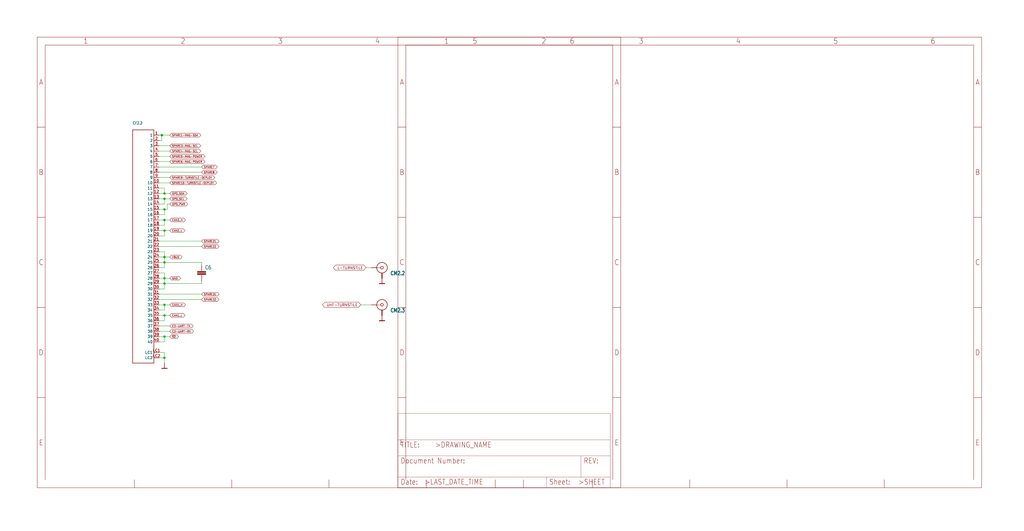
<source format=kicad_sch>
(kicad_sch (version 20211123) (generator eeschema)
  (paper "User" 490.22 254.406)
  (lib_symbols
    (symbol "oresat0-1u-backplane-eagle-import:C-EU1206-B"
      (property "Reference" "C" (at 1.524 0.381 0))
      (property "Value" "C-EU1206-B" (at 1.524 -4.699 0))
      (symbol "C-EU1206-B_1_0"
        (rectangle (start -2.032 -2.032) (end 2.032 -1.524) (fill (type outline)))
        (rectangle (start -2.032 -1.016) (end 2.032 -0.508) (fill (type outline)))
        (polyline (pts (xy 0 -2.54) (xy 0 -2.032)) (stroke (width 0.1524)))
        (polyline (pts (xy 0 0) (xy 0 -0.508)) (stroke (width 0.1524)))
        (pin passive line (at 0 2.54 270) (length 2.54) (name "1") (number "1"))
        (pin passive line (at 0 -5.08 90) (length 2.54) (name "2") (number "2"))
      )
    )
    (symbol "oresat0-1u-backplane-eagle-import:FRAME_A_L"
      (symbol "FRAME_A_L_0_0"
        (polyline (pts (xy 0 43.18) (xy 3.81 43.18)))
        (polyline (pts (xy 0 86.36) (xy 3.81 86.36)))
        (polyline (pts (xy 0 129.54) (xy 3.81 129.54)))
        (polyline (pts (xy 0 172.72) (xy 3.81 172.72)))
        (polyline (pts (xy 3.81 3.81) (xy 3.81 212.09)))
        (polyline (pts (xy 46.5667 0) (xy 46.5667 3.81)))
        (polyline (pts (xy 93.1333 0) (xy 93.1333 3.81)))
        (polyline (pts (xy 139.7 0) (xy 139.7 3.81)))
        (polyline (pts (xy 186.2667 0) (xy 186.2667 3.81)))
        (polyline (pts (xy 232.8333 0) (xy 232.8333 3.81)))
        (polyline (pts (xy 275.59 3.81) (xy 275.59 212.09)))
        (polyline (pts (xy 275.59 43.18) (xy 279.4 43.18)))
        (polyline (pts (xy 275.59 86.36) (xy 279.4 86.36)))
        (polyline (pts (xy 275.59 129.54) (xy 279.4 129.54)))
        (polyline (pts (xy 275.59 172.72) (xy 279.4 172.72)))
        (polyline (pts (xy 275.59 212.09) (xy 3.81 212.09)))
        (polyline (pts (xy 0 0) (xy 279.4 0) (xy 279.4 215.9) (xy 0 215.9) (xy 0 0)))
        (text "1" (at 23.2833 213.995 0) (effects (font (size 2.54 2.286))))
        (text "2" (at 69.85 213.995 0) (effects (font (size 2.54 2.286))))
        (text "3" (at 116.4167 213.995 0) (effects (font (size 2.54 2.286))))
        (text "4" (at 162.9833 213.995 0) (effects (font (size 2.54 2.286))))
        (text "5" (at 209.55 213.995 0) (effects (font (size 2.54 2.286))))
        (text "6" (at 256.1167 213.995 0) (effects (font (size 2.54 2.286))))
        (text "A" (at 1.905 194.31 0) (effects (font (size 2.54 2.286))))
        (text "A" (at 277.495 194.31 0) (effects (font (size 2.54 2.286))))
        (text "B" (at 1.905 151.13 0) (effects (font (size 2.54 2.286))))
        (text "B" (at 277.495 151.13 0) (effects (font (size 2.54 2.286))))
        (text "C" (at 1.905 107.95 0) (effects (font (size 2.54 2.286))))
        (text "C" (at 277.495 107.95 0) (effects (font (size 2.54 2.286))))
        (text "D" (at 1.905 64.77 0) (effects (font (size 2.54 2.286))))
        (text "D" (at 277.495 64.77 0) (effects (font (size 2.54 2.286))))
        (text "E" (at 1.905 21.59 0) (effects (font (size 2.54 2.286))))
        (text "E" (at 277.495 21.59 0) (effects (font (size 2.54 2.286))))
      )
      (symbol "FRAME_A_L_2_0"
        (polyline (pts (xy 0 0) (xy 0 5.08)) (stroke (width 0.1016)))
        (polyline (pts (xy 0 0) (xy 71.12 0)) (stroke (width 0.1016)))
        (polyline (pts (xy 0 5.08) (xy 0 15.24)) (stroke (width 0.1016)))
        (polyline (pts (xy 0 5.08) (xy 71.12 5.08)) (stroke (width 0.1016)))
        (polyline (pts (xy 0 15.24) (xy 0 22.86)) (stroke (width 0.1016)))
        (polyline (pts (xy 0 22.86) (xy 0 35.56)) (stroke (width 0.1016)))
        (polyline (pts (xy 0 22.86) (xy 101.6 22.86)) (stroke (width 0.1016)))
        (polyline (pts (xy 71.12 0) (xy 101.6 0)) (stroke (width 0.1016)))
        (polyline (pts (xy 71.12 5.08) (xy 71.12 0)) (stroke (width 0.1016)))
        (polyline (pts (xy 71.12 5.08) (xy 87.63 5.08)) (stroke (width 0.1016)))
        (polyline (pts (xy 87.63 5.08) (xy 101.6 5.08)) (stroke (width 0.1016)))
        (polyline (pts (xy 87.63 15.24) (xy 0 15.24)) (stroke (width 0.1016)))
        (polyline (pts (xy 87.63 15.24) (xy 87.63 5.08)) (stroke (width 0.1016)))
        (polyline (pts (xy 101.6 5.08) (xy 101.6 0)) (stroke (width 0.1016)))
        (polyline (pts (xy 101.6 15.24) (xy 87.63 15.24)) (stroke (width 0.1016)))
        (polyline (pts (xy 101.6 15.24) (xy 101.6 5.08)) (stroke (width 0.1016)))
        (polyline (pts (xy 101.6 22.86) (xy 101.6 15.24)) (stroke (width 0.1016)))
        (polyline (pts (xy 101.6 35.56) (xy 0 35.56)) (stroke (width 0.1016)))
        (polyline (pts (xy 101.6 35.56) (xy 101.6 22.86)) (stroke (width 0.1016)))
        (text ">DRAWING_NAME" (at 17.78 19.05 0) (effects (font (size 2.54 2.159)) (justify left bottom)))
        (text ">LAST_DATE_TIME" (at 12.7 1.27 0) (effects (font (size 2.54 2.159)) (justify left bottom)))
        (text ">SHEET" (at 86.36 1.27 0) (effects (font (size 2.54 2.159)) (justify left bottom)))
        (text "Date:" (at 1.27 1.27 0) (effects (font (size 2.54 2.159)) (justify left bottom)))
        (text "Document Number:" (at 1.27 11.43 0) (effects (font (size 2.54 2.159)) (justify left bottom)))
        (text "REV:" (at 88.9 11.43 0) (effects (font (size 2.54 2.159)) (justify left bottom)))
        (text "Sheet:" (at 72.39 1.27 0) (effects (font (size 2.54 2.159)) (justify left bottom)))
        (text "TITLE:" (at 1.27 19.05 0) (effects (font (size 2.54 2.159)) (justify left bottom)))
      )
    )
    (symbol "oresat0-1u-backplane-eagle-import:GND" (power)
      (symbol "GND_1_0"
        (polyline (pts (xy -1.27 -2.54) (xy 1.27 -2.54)) (stroke (width 0.4064)))
        (pin power_in line (at 0 0 270) (length 2.54) (name "GND") (number "1"))
      )
    )
    (symbol "oresat0-1u-backplane-eagle-import:J-MOLEX-SMPM-73300-0111X"
      (property "Reference" "CM" (at 3.81 -3.81 0))
      (property "Value" "J-MOLEX-SMPM-73300-0111X" (at 3.81 -6.35 0))
      (symbol "J-MOLEX-SMPM-73300-0111X_1_0"
        (polyline (pts (xy -2.54 0) (xy -0.635 0)) (stroke (width 0.1524)))
        (circle (center 0 0) (radius 0.635) (stroke (width 0.254)))
        (circle (center 0 0) (radius 2.54) (stroke (width 0.254)))
        (pin passive line (at 0 -5.08 90) (length 2.54) (name "SHIELD1") (number "P$1"))
        (pin passive line (at 0 -5.08 90) (length 2.54) (name "SHIELD1") (number "P$2"))
        (pin passive line (at 0 -5.08 90) (length 2.54) (name "SHIELD1") (number "P$3"))
        (pin passive line (at 0 -5.08 90) (length 2.54) (name "SHIELD1") (number "P$4"))
        (pin passive line (at -5.08 0 0) (length 2.54) (name "RF") (number "RF-DOWN"))
      )
    )
    (symbol "oresat0-1u-backplane-eagle-import:SFM-120-X1-XXX-D"
      (property "Reference" "J" (at -2.54 50.8 0))
      (property "Value" "SFM-120-X1-XXX-D" (at -2.54 49.53 0))
      (symbol "SFM-120-X1-XXX-D_1_0"
        (polyline (pts (xy -2.54 -63.5) (xy -2.54 48.26)) (stroke (width 0.254)))
        (polyline (pts (xy -2.54 48.26) (xy 7.62 48.26)) (stroke (width 0.254)))
        (polyline (pts (xy 7.62 -63.5) (xy -2.54 -63.5)) (stroke (width 0.254)))
        (polyline (pts (xy 7.62 48.26) (xy 7.62 -63.5)) (stroke (width 0.254)))
        (pin passive line (at 10.16 45.72 180) (length 2.54) (name "1") (number "1"))
        (pin passive line (at 10.16 22.86 180) (length 2.54) (name "10") (number "10"))
        (pin passive line (at 10.16 20.32 180) (length 2.54) (name "11") (number "11"))
        (pin passive line (at 10.16 17.78 180) (length 2.54) (name "12") (number "12"))
        (pin passive line (at 10.16 15.24 180) (length 2.54) (name "13") (number "13"))
        (pin passive line (at 10.16 12.7 180) (length 2.54) (name "14") (number "14"))
        (pin passive line (at 10.16 10.16 180) (length 2.54) (name "15") (number "15"))
        (pin passive line (at 10.16 7.62 180) (length 2.54) (name "16") (number "16"))
        (pin passive line (at 10.16 5.08 180) (length 2.54) (name "17") (number "17"))
        (pin passive line (at 10.16 2.54 180) (length 2.54) (name "18") (number "18"))
        (pin passive line (at 10.16 0 180) (length 2.54) (name "19") (number "19"))
        (pin passive line (at 10.16 43.18 180) (length 2.54) (name "2") (number "2"))
        (pin passive line (at 10.16 -2.54 180) (length 2.54) (name "20") (number "20"))
        (pin passive line (at 10.16 -5.08 180) (length 2.54) (name "21") (number "21"))
        (pin passive line (at 10.16 -7.62 180) (length 2.54) (name "22") (number "22"))
        (pin passive line (at 10.16 -10.16 180) (length 2.54) (name "23") (number "23"))
        (pin passive line (at 10.16 -12.7 180) (length 2.54) (name "24") (number "24"))
        (pin passive line (at 10.16 -15.24 180) (length 2.54) (name "25") (number "25"))
        (pin passive line (at 10.16 -17.78 180) (length 2.54) (name "26") (number "26"))
        (pin passive line (at 10.16 -20.32 180) (length 2.54) (name "27") (number "27"))
        (pin passive line (at 10.16 -22.86 180) (length 2.54) (name "28") (number "28"))
        (pin passive line (at 10.16 -25.4 180) (length 2.54) (name "29") (number "29"))
        (pin passive line (at 10.16 40.64 180) (length 2.54) (name "3") (number "3"))
        (pin passive line (at 10.16 -27.94 180) (length 2.54) (name "30") (number "30"))
        (pin passive line (at 10.16 -30.48 180) (length 2.54) (name "31") (number "31"))
        (pin passive line (at 10.16 -33.02 180) (length 2.54) (name "32") (number "32"))
        (pin passive line (at 10.16 -35.56 180) (length 2.54) (name "33") (number "33"))
        (pin passive line (at 10.16 -38.1 180) (length 2.54) (name "34") (number "34"))
        (pin passive line (at 10.16 -40.64 180) (length 2.54) (name "35") (number "35"))
        (pin passive line (at 10.16 -43.18 180) (length 2.54) (name "36") (number "36"))
        (pin passive line (at 10.16 -45.72 180) (length 2.54) (name "37") (number "37"))
        (pin passive line (at 10.16 -48.26 180) (length 2.54) (name "38") (number "38"))
        (pin passive line (at 10.16 -50.8 180) (length 2.54) (name "39") (number "39"))
        (pin passive line (at 10.16 38.1 180) (length 2.54) (name "4") (number "4"))
        (pin passive line (at 10.16 -53.34 180) (length 2.54) (name "40") (number "40"))
        (pin passive line (at 10.16 35.56 180) (length 2.54) (name "5") (number "5"))
        (pin passive line (at 10.16 33.02 180) (length 2.54) (name "6") (number "6"))
        (pin passive line (at 10.16 30.48 180) (length 2.54) (name "7") (number "7"))
        (pin passive line (at 10.16 27.94 180) (length 2.54) (name "8") (number "8"))
        (pin passive line (at 10.16 25.4 180) (length 2.54) (name "9") (number "9"))
        (pin passive line (at 10.16 -58.42 180) (length 2.54) (name "LC1") (number "LC1"))
        (pin passive line (at 10.16 -60.96 180) (length 2.54) (name "LC2") (number "LC2"))
      )
    )
  )
  (junction (at 78.74 171.45))
  (junction (at 78.74 105.41))
  (junction (at 78.74 133.35))
  (junction (at 78.74 123.19))
  (junction (at 78.74 161.29))
  (junction (at 78.74 125.73))
  (junction (at 78.74 110.49))
  (junction (at 78.74 146.05))
  (junction (at 78.74 95.25))
  (junction (at 78.74 151.13))
  (junction (at 78.74 92.71))
  (junction (at 78.74 100.33))
  (junction (at 77.47 64.77))
  (junction (at 78.74 135.89))
  (wire (pts (xy 81.28 97.79) (xy 80.01 97.79)))
  (wire (pts (xy 76.2 158.75) (xy 81.28 158.75)))
  (wire (pts (xy 78.74 110.49) (xy 78.74 113.03)))
  (wire (pts (xy 78.74 90.17) (xy 76.2 90.17)))
  (wire (pts (xy 76.2 64.77) (xy 77.47 64.77)))
  (wire (pts (xy 78.74 95.25) (xy 78.74 97.79)))
  (wire (pts (xy 76.2 148.59) (xy 78.74 148.59)))
  (wire (pts (xy 76.2 168.91) (xy 78.74 168.91)))
  (wire (pts (xy 76.2 82.55) (xy 96.52 82.55)))
  (wire (pts (xy 77.47 67.31) (xy 77.47 64.77)))
  (wire (pts (xy 78.74 133.35) (xy 78.74 135.89)))
  (wire (pts (xy 78.74 130.81) (xy 78.74 133.35)))
  (wire (pts (xy 78.74 168.91) (xy 78.74 171.45)))
  (wire (pts (xy 76.2 120.65) (xy 78.74 120.65)))
  (wire (pts (xy 81.28 133.35) (xy 78.74 133.35)))
  (wire (pts (xy 76.2 143.51) (xy 96.52 143.51)))
  (wire (pts (xy 81.28 105.41) (xy 78.74 105.41)))
  (wire (pts (xy 78.74 161.29) (xy 76.2 161.29)))
  (wire (pts (xy 81.28 146.05) (xy 78.74 146.05)))
  (wire (pts (xy 96.52 134.62) (xy 96.52 135.89)))
  (wire (pts (xy 81.28 123.19) (xy 78.74 123.19)))
  (wire (pts (xy 78.74 105.41) (xy 78.74 107.95)))
  (wire (pts (xy 78.74 128.27) (xy 76.2 128.27)))
  (wire (pts (xy 177.8 128.27) (xy 175.26 128.27)))
  (wire (pts (xy 78.74 95.25) (xy 81.28 95.25)))
  (wire (pts (xy 78.74 123.19) (xy 78.74 125.73)))
  (wire (pts (xy 78.74 97.79) (xy 76.2 97.79)))
  (wire (pts (xy 76.2 140.97) (xy 96.52 140.97)))
  (wire (pts (xy 78.74 125.73) (xy 78.74 128.27)))
  (wire (pts (xy 78.74 125.73) (xy 76.2 125.73)))
  (wire (pts (xy 81.28 110.49) (xy 78.74 110.49)))
  (wire (pts (xy 76.2 69.85) (xy 81.28 69.85)))
  (wire (pts (xy 76.2 153.67) (xy 78.74 153.67)))
  (wire (pts (xy 78.74 125.73) (xy 96.52 125.73)))
  (wire (pts (xy 81.28 92.71) (xy 78.74 92.71)))
  (wire (pts (xy 78.74 102.87) (xy 78.74 100.33)))
  (wire (pts (xy 78.74 153.67) (xy 78.74 151.13)))
  (wire (pts (xy 78.74 171.45) (xy 78.74 173.99)))
  (wire (pts (xy 76.2 138.43) (xy 78.74 138.43)))
  (wire (pts (xy 78.74 110.49) (xy 76.2 110.49)))
  (wire (pts (xy 76.2 163.83) (xy 78.74 163.83)))
  (wire (pts (xy 78.74 100.33) (xy 76.2 100.33)))
  (wire (pts (xy 76.2 118.11) (xy 96.52 118.11)))
  (wire (pts (xy 78.74 135.89) (xy 76.2 135.89)))
  (wire (pts (xy 76.2 115.57) (xy 96.52 115.57)))
  (wire (pts (xy 76.2 72.39) (xy 81.28 72.39)))
  (wire (pts (xy 76.2 102.87) (xy 78.74 102.87)))
  (wire (pts (xy 76.2 85.09) (xy 81.28 85.09)))
  (wire (pts (xy 76.2 113.03) (xy 78.74 113.03)))
  (wire (pts (xy 76.2 95.25) (xy 78.74 95.25)))
  (wire (pts (xy 76.2 107.95) (xy 78.74 107.95)))
  (wire (pts (xy 78.74 105.41) (xy 76.2 105.41)))
  (wire (pts (xy 76.2 92.71) (xy 78.74 92.71)))
  (wire (pts (xy 80.01 97.79) (xy 80.01 100.33)))
  (wire (pts (xy 96.52 125.73) (xy 96.52 127)))
  (wire (pts (xy 76.2 133.35) (xy 78.74 133.35)))
  (wire (pts (xy 81.28 151.13) (xy 78.74 151.13)))
  (wire (pts (xy 78.74 148.59) (xy 78.74 146.05)))
  (wire (pts (xy 76.2 130.81) (xy 78.74 130.81)))
  (wire (pts (xy 76.2 171.45) (xy 78.74 171.45)))
  (wire (pts (xy 96.52 135.89) (xy 78.74 135.89)))
  (wire (pts (xy 80.01 100.33) (xy 78.74 100.33)))
  (wire (pts (xy 78.74 120.65) (xy 78.74 123.19)))
  (wire (pts (xy 76.2 67.31) (xy 77.47 67.31)))
  (wire (pts (xy 76.2 156.21) (xy 81.28 156.21)))
  (wire (pts (xy 177.8 146.05) (xy 172.72 146.05)))
  (wire (pts (xy 78.74 138.43) (xy 78.74 135.89)))
  (wire (pts (xy 76.2 77.47) (xy 81.28 77.47)))
  (wire (pts (xy 81.28 161.29) (xy 78.74 161.29)))
  (wire (pts (xy 78.74 146.05) (xy 76.2 146.05)))
  (wire (pts (xy 76.2 80.01) (xy 96.52 80.01)))
  (wire (pts (xy 76.2 87.63) (xy 81.28 87.63)))
  (wire (pts (xy 77.47 64.77) (xy 81.28 64.77)))
  (wire (pts (xy 76.2 74.93) (xy 81.28 74.93)))
  (wire (pts (xy 78.74 163.83) (xy 78.74 161.29)))
  (wire (pts (xy 78.74 151.13) (xy 76.2 151.13)))
  (wire (pts (xy 78.74 123.19) (xy 76.2 123.19)))
  (wire (pts (xy 78.74 92.71) (xy 78.74 90.17)))
  (global_label "SPARE10-TURNSTILE-DEPLOY" (shape bidirectional) (at 81.28 87.63 0) (effects (font (size 0.889 0.889))) (property "Intersheet References" "${INTERSHEET_REFS}" (effects hide)))
  (global_label "SPARE22" (shape bidirectional) (at 96.52 118.11 0) (effects (font (size 0.889 0.889))) (property "Intersheet References" "${INTERSHEET_REFS}" (effects hide)))
  (global_label "SPARE6-MAG-POWER" (shape bidirectional) (at 81.28 77.47 0) (effects (font (size 0.889 0.889))) (property "Intersheet References" "${INTERSHEET_REFS}" (effects hide)))
  (global_label "SPARE21" (shape bidirectional) (at 96.52 115.57 0) (effects (font (size 0.889 0.889))) (property "Intersheet References" "${INTERSHEET_REFS}" (effects hide)))
  (global_label "OPD_SCL" (shape bidirectional) (at 81.28 95.25 0) (effects (font (size 0.889 0.889))) (property "Intersheet References" "${INTERSHEET_REFS}" (effects hide)))
  (global_label "CAN1_L" (shape bidirectional) (at 81.28 151.13 0) (effects (font (size 0.889 0.889))) (property "Intersheet References" "${INTERSHEET_REFS}" (effects hide)))
  (global_label "SPARE4-MAG-SCL" (shape bidirectional) (at 81.28 72.39 0) (effects (font (size 0.889 0.889))) (property "Intersheet References" "${INTERSHEET_REFS}" (effects hide)))
  (global_label "VBUS" (shape bidirectional) (at 81.28 123.19 0) (effects (font (size 0.889 0.889))) (property "Intersheet References" "${INTERSHEET_REFS}" (effects hide)))
  (global_label "SPARE9-TURNSTILE-DEPLOY" (shape bidirectional) (at 81.28 85.09 0) (effects (font (size 0.889 0.889))) (property "Intersheet References" "${INTERSHEET_REFS}" (effects hide)))
  (global_label "SPARE8" (shape bidirectional) (at 96.52 82.55 0) (effects (font (size 0.889 0.889))) (property "Intersheet References" "${INTERSHEET_REFS}" (effects hide)))
  (global_label "SPARE1-MAG-SDA" (shape bidirectional) (at 81.28 64.77 0) (effects (font (size 0.889 0.889))) (property "Intersheet References" "${INTERSHEET_REFS}" (effects hide)))
  (global_label "OPD_SDA" (shape bidirectional) (at 81.28 92.71 0) (effects (font (size 0.889 0.889))) (property "Intersheet References" "${INTERSHEET_REFS}" (effects hide)))
  (global_label "GND" (shape bidirectional) (at 81.28 133.35 0) (effects (font (size 0.889 0.889))) (property "Intersheet References" "${INTERSHEET_REFS}" (effects hide)))
  (global_label "UHF-TURNSTILE" (shape bidirectional) (at 172.72 146.05 180) (effects (font (size 1.2446 1.2446))) (property "Intersheet References" "${INTERSHEET_REFS}" (effects hide)))
  (global_label "SPARE7" (shape bidirectional) (at 96.52 80.01 0) (effects (font (size 0.889 0.889))) (property "Intersheet References" "${INTERSHEET_REFS}" (effects hide)))
  (global_label "SPARE3-MAG-SCL" (shape bidirectional) (at 81.28 69.85 0) (effects (font (size 0.889 0.889))) (property "Intersheet References" "${INTERSHEET_REFS}" (effects hide)))
  (global_label "~{SD}" (shape bidirectional) (at 81.28 161.29 0) (effects (font (size 0.889 0.889))) (property "Intersheet References" "${INTERSHEET_REFS}" (effects hide)))
  (global_label "OPD_PWR" (shape bidirectional) (at 81.28 97.79 0) (effects (font (size 0.889 0.889))) (property "Intersheet References" "${INTERSHEET_REFS}" (effects hide)))
  (global_label "L-TURNSTILE" (shape bidirectional) (at 175.26 128.27 180) (effects (font (size 1.2446 1.2446))) (property "Intersheet References" "${INTERSHEET_REFS}" (effects hide)))
  (global_label "SPARE5-MAG-POWER" (shape bidirectional) (at 81.28 74.93 0) (effects (font (size 0.889 0.889))) (property "Intersheet References" "${INTERSHEET_REFS}" (effects hide)))
  (global_label "SPARE32" (shape bidirectional) (at 96.52 143.51 0) (effects (font (size 0.889 0.889))) (property "Intersheet References" "${INTERSHEET_REFS}" (effects hide)))
  (global_label "C3-UART-TX" (shape bidirectional) (at 81.28 156.21 0) (effects (font (size 0.889 0.889))) (property "Intersheet References" "${INTERSHEET_REFS}" (effects hide)))
  (global_label "C3-UART-RX" (shape bidirectional) (at 81.28 158.75 0) (effects (font (size 0.889 0.889))) (property "Intersheet References" "${INTERSHEET_REFS}" (effects hide)))
  (global_label "CAN2_L" (shape bidirectional) (at 81.28 110.49 0) (effects (font (size 0.889 0.889))) (property "Intersheet References" "${INTERSHEET_REFS}" (effects hide)))
  (global_label "CAN1_H" (shape bidirectional) (at 81.28 146.05 0) (effects (font (size 0.889 0.889))) (property "Intersheet References" "${INTERSHEET_REFS}" (effects hide)))
  (global_label "CAN2_H" (shape bidirectional) (at 81.28 105.41 0) (effects (font (size 0.889 0.889))) (property "Intersheet References" "${INTERSHEET_REFS}" (effects hide)))
  (global_label "SPARE31" (shape bidirectional) (at 96.52 140.97 0) (effects (font (size 0.889 0.889))) (property "Intersheet References" "${INTERSHEET_REFS}" (effects hide)))
  (symbol (lib_id "oresat0-1u-backplane-eagle-import:J-MOLEX-SMPM-73300-0111X") (at 182.88 128.27 0) (unit 1)
    (property "Reference" "CM2.2" (at 186.69 132.08 0) (effects (font (size 1.778 1.5113) bold) (justify left bottom)))
  )
  (symbol (lib_id "oresat0-1u-backplane-eagle-import:C-EU1206-B") (at 96.52 129.54 0) (unit 1)
    (property "Reference" "C6" (at 98.044 129.159 0) (effects (font (size 1.778 1.5113)) (justify left bottom)))
  )
  (symbol (lib_id "oresat0-1u-backplane-eagle-import:SFM-120-X1-XXX-D") (at 66.04 110.49 0) (unit 1)
    (property "Reference" "CF2.2" (at 63.5 59.69 0) (effects (font (size 1.27 1.0795)) (justify left bottom)))
  )
  (symbol (lib_id "oresat0-1u-backplane-eagle-import:GND") (at 182.88 133.35 0) (unit 1)
    (property "Reference" "#GND11" (effects hide))
  )
  (symbol (lib_id "oresat0-1u-backplane-eagle-import:GND") (at 78.74 173.99 0) (unit 1)
    (property "Reference" "#GND109" (effects hide))
  )
  (symbol (lib_id "oresat0-1u-backplane-eagle-import:FRAME_A_L") (at 17.78 233.68 0) (unit 1)
    (property "Reference" "#FRAME19" (effects hide))
  )
  (symbol (lib_id "oresat0-1u-backplane-eagle-import:FRAME_A_L") (at 190.5 233.68 0) (unit 2)
    (property "Reference" "#FRAME19" (effects hide))
  )
  (symbol (lib_id "oresat0-1u-backplane-eagle-import:J-MOLEX-SMPM-73300-0111X") (at 182.88 146.05 0) (unit 1)
    (property "Reference" "CM2.3" (at 186.69 149.86 0) (effects (font (size 1.778 1.5113) bold) (justify left bottom)))
  )
  (symbol (lib_id "oresat0-1u-backplane-eagle-import:GND") (at 182.88 151.13 0) (unit 1)
    (property "Reference" "#GND4" (effects hide))
  )
)
</source>
